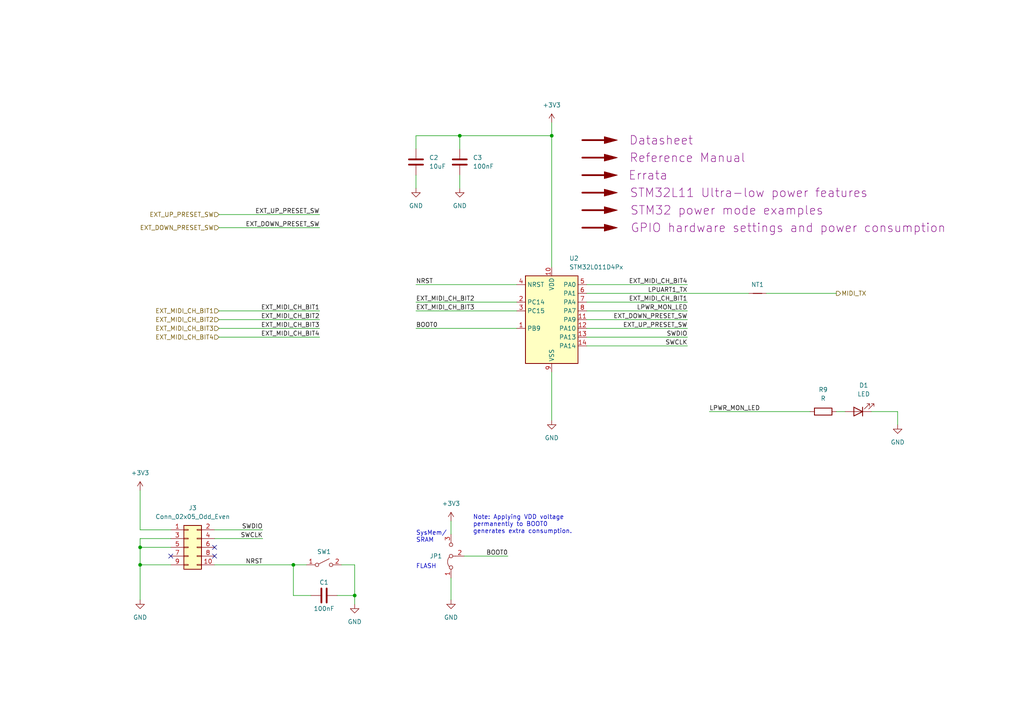
<source format=kicad_sch>
(kicad_sch (version 20230121) (generator eeschema)
  (paper "A4")
  (lib_symbols
    (symbol "Connector_Generic:Conn_02x05_Odd_Even" (pin_names (offset 1.016) hide)
      (property "Reference" "J" (at 1.27 7.62 0))
      (property "Value" "Conn_02x05_Odd_Even" (at 1.27 -7.62 0))
      (symbol "Conn_02x05_Odd_Even_1_1"
        (rectangle (start -1.27 -4.953) (end 0 -5.207) (stroke (width 0.1524)))
        (rectangle (start -1.27 -2.413) (end 0 -2.667) (stroke (width 0.1524)))
        (rectangle (start -1.27 0.127) (end 0 -0.127) (stroke (width 0.1524)))
        (rectangle (start -1.27 2.667) (end 0 2.413) (stroke (width 0.1524)))
        (rectangle (start -1.27 5.207) (end 0 4.953) (stroke (width 0.1524)))
        (rectangle (start -1.27 6.35) (end 3.81 -6.35) (stroke (width 0.254)) (fill (type background)))
        (rectangle (start 3.81 -4.953) (end 2.54 -5.207) (stroke (width 0.1524)))
        (rectangle (start 3.81 -2.413) (end 2.54 -2.667) (stroke (width 0.1524)))
        (rectangle (start 3.81 0.127) (end 2.54 -0.127) (stroke (width 0.1524)))
        (rectangle (start 3.81 2.667) (end 2.54 2.413) (stroke (width 0.1524)))
        (rectangle (start 3.81 5.207) (end 2.54 4.953) (stroke (width 0.1524)))
        (pin passive line (at -5.08 5.08 0) (length 3.81) (name "Pin_1") (number "1"))
        (pin passive line (at 7.62 -5.08 180) (length 3.81) (name "Pin_10") (number "10"))
        (pin passive line (at 7.62 5.08 180) (length 3.81) (name "Pin_2") (number "2"))
        (pin passive line (at -5.08 2.54 0) (length 3.81) (name "Pin_3") (number "3"))
        (pin passive line (at 7.62 2.54 180) (length 3.81) (name "Pin_4") (number "4"))
        (pin passive line (at -5.08 0 0) (length 3.81) (name "Pin_5") (number "5"))
        (pin passive line (at 7.62 0 180) (length 3.81) (name "Pin_6") (number "6"))
        (pin passive line (at -5.08 -2.54 0) (length 3.81) (name "Pin_7") (number "7"))
        (pin passive line (at 7.62 -2.54 180) (length 3.81) (name "Pin_8") (number "8"))
        (pin passive line (at -5.08 -5.08 0) (length 3.81) (name "Pin_9") (number "9"))
      )
    )
    (symbol "Device:C" (pin_numbers hide) (pin_names (offset 0.254))
      (property "Reference" "C" (at 0.635 2.54 0))
      (property "Value" "C" (at 0.635 -2.54 0))
      (symbol "C_0_1"
        (polyline (pts (xy -2.032 -0.762) (xy 2.032 -0.762)) (stroke (width 0.508)))
        (polyline (pts (xy -2.032 0.762) (xy 2.032 0.762)) (stroke (width 0.508)))
      )
      (symbol "C_1_1"
        (pin passive line (at 0 3.81 270) (length 2.794) (name "~") (number "1"))
        (pin passive line (at 0 -3.81 90) (length 2.794) (name "~") (number "2"))
      )
    )
    (symbol "Device:LED" (pin_numbers hide) (pin_names (offset 1.016) hide)
      (property "Reference" "D" (at 0 2.54 0))
      (property "Value" "LED" (at 0 -2.54 0))
      (symbol "LED_0_1"
        (polyline (pts (xy -1.27 -1.27) (xy -1.27 1.27)) (stroke (width 0.254)))
        (polyline (pts (xy -1.27 0) (xy 1.27 0)))
        (polyline (pts (xy 1.27 -1.27) (xy 1.27 1.27) (xy -1.27 0) (xy 1.27 -1.27)) (stroke (width 0.254)))
        (polyline (pts (xy -3.048 -0.762) (xy -4.572 -2.286) (xy -3.81 -2.286) (xy -4.572 -2.286) (xy -4.572 -1.524)))
        (polyline (pts (xy -1.778 -0.762) (xy -3.302 -2.286) (xy -2.54 -2.286) (xy -3.302 -2.286) (xy -3.302 -1.524)))
      )
      (symbol "LED_1_1"
        (pin passive line (at -3.81 0 0) (length 2.54) (name "K") (number "1"))
        (pin passive line (at 3.81 0 180) (length 2.54) (name "A") (number "2"))
      )
    )
    (symbol "Device:NetTie_2" (pin_numbers hide) (pin_names (offset 0) hide)
      (property "Reference" "NT" (at 0 1.27 0))
      (property "Value" "NetTie_2" (at 0 -1.27 0))
      (symbol "NetTie_2_0_1"
        (polyline (pts (xy -1.27 0) (xy 1.27 0)) (stroke (width 0.254)))
      )
      (symbol "NetTie_2_1_1"
        (pin passive line (at -2.54 0 0) (length 2.54) (name "1") (number "1"))
        (pin passive line (at 2.54 0 180) (length 2.54) (name "2") (number "2"))
      )
    )
    (symbol "Device:R" (pin_numbers hide) (pin_names (offset 0))
      (property "Reference" "R" (at 2.032 0 90))
      (property "Value" "R" (at 0 0 90))
      (symbol "R_0_1"
        (rectangle (start -1.016 -2.54) (end 1.016 2.54) (stroke (width 0.254)))
      )
      (symbol "R_1_1"
        (pin passive line (at 0 3.81 270) (length 1.27) (name "~") (number "1"))
        (pin passive line (at 0 -3.81 90) (length 1.27) (name "~") (number "2"))
      )
    )
    (symbol "Graphic:SYM_Arrow_XLarge" (in_bom no) (on_board no)
      (symbol "SYM_Arrow_XLarge_0_1"
        (polyline (pts (xy 2.54 0) (xy -5.08 0)) (stroke (width 0.508)))
        (polyline (pts (xy 5.08 0) (xy 1.27 -1.016) (xy 1.27 1.016) (xy 5.08 0)) (fill (type outline)))
      )
    )
    (symbol "Jumper:Jumper_3_Bridged12" (pin_names (offset 0) hide)
      (property "Reference" "JP" (at -2.54 -2.54 0))
      (property "Value" "Jumper_3_Bridged12" (at 0 2.794 0))
      (symbol "Jumper_3_Bridged12_0_0"
        (circle (center -3.302 0) (radius 0.508))
        (circle (center 0 0) (radius 0.508))
        (circle (center 3.302 0) (radius 0.508))
      )
      (symbol "Jumper_3_Bridged12_0_1"
        (arc (start -0.254 0.508) (mid -1.651 0.9912) (end -3.048 0.508))
        (polyline (pts (xy 0 -1.27) (xy 0 -0.508)))
      )
      (symbol "Jumper_3_Bridged12_1_1"
        (pin passive line (at -6.35 0 0) (length 2.54) (name "A") (number "1"))
        (pin passive line (at 0 -3.81 90) (length 2.54) (name "C") (number "2"))
        (pin passive line (at 6.35 0 180) (length 2.54) (name "B") (number "3"))
      )
    )
    (symbol "MCU_ST_STM32L0:STM32L011D4Px"
      (property "Reference" "U" (at -7.62 13.97 0))
      (property "Value" "STM32L011D4Px" (at 2.54 13.97 0))
      (symbol "STM32L011D4Px_0_1"
        (rectangle (start -7.62 -12.7) (end 7.62 12.7) (stroke (width 0.254)) (fill (type background)))
      )
      (symbol "STM32L011D4Px_1_1"
        (pin bidirectional line (at -10.16 -2.54 0) (length 2.54) (name "PB9") (number "1"))
        (pin power_in line (at 0 15.24 270) (length 2.54) (name "VDD") (number "10"))
        (pin bidirectional line (at 10.16 0 180) (length 2.54) (name "PA9") (number "11"))
        (pin bidirectional line (at 10.16 -2.54 180) (length 2.54) (name "PA10") (number "12"))
        (pin bidirectional line (at 10.16 -5.08 180) (length 2.54) (name "PA13") (number "13"))
        (pin bidirectional line (at 10.16 -7.62 180) (length 2.54) (name "PA14") (number "14"))
        (pin bidirectional line (at -10.16 5.08 0) (length 2.54) (name "PC14") (number "2"))
        (pin bidirectional line (at -10.16 2.54 0) (length 2.54) (name "PC15") (number "3"))
        (pin input line (at -10.16 10.16 0) (length 2.54) (name "NRST") (number "4"))
        (pin bidirectional line (at 10.16 10.16 180) (length 2.54) (name "PA0") (number "5"))
        (pin bidirectional line (at 10.16 7.62 180) (length 2.54) (name "PA1") (number "6"))
        (pin bidirectional line (at 10.16 5.08 180) (length 2.54) (name "PA4") (number "7"))
        (pin bidirectional line (at 10.16 2.54 180) (length 2.54) (name "PA7") (number "8"))
        (pin power_in line (at 0 -15.24 90) (length 2.54) (name "VSS") (number "9"))
      )
    )
    (symbol "Switch:SW_SPST" (pin_names (offset 0) hide)
      (property "Reference" "SW" (at 0 3.175 0))
      (property "Value" "SW_SPST" (at 0 -2.54 0))
      (symbol "SW_SPST_0_0"
        (circle (center -2.032 0) (radius 0.508))
        (polyline (pts (xy -1.524 0.254) (xy 1.524 1.778)))
        (circle (center 2.032 0) (radius 0.508))
      )
      (symbol "SW_SPST_1_1"
        (pin passive line (at -5.08 0 0) (length 2.54) (name "A") (number "1"))
        (pin passive line (at 5.08 0 180) (length 2.54) (name "B") (number "2"))
      )
    )
    (symbol "power:+3V3" (power) (pin_names (offset 0))
      (property "Value" "+3V3" (at 0 3.556 0))
      (symbol "+3V3_0_1"
        (polyline (pts (xy -0.762 1.27) (xy 0 2.54)))
        (polyline (pts (xy 0 0) (xy 0 2.54)))
        (polyline (pts (xy 0 2.54) (xy 0.762 1.27)))
      )
      (symbol "+3V3_1_1"
        (pin power_in line (at 0 0 90) (length 0) hide (name "+3V3") (number "1"))
      )
    )
    (symbol "power:GND" (power) (pin_names (offset 0))
      (property "Value" "GND" (at 0 -3.81 0))
      (symbol "GND_0_1"
        (polyline (pts (xy 0 0) (xy 0 -1.27) (xy 1.27 -1.27) (xy 0 -2.54) (xy -1.27 -1.27) (xy 0 -1.27)))
      )
      (symbol "GND_1_1"
        (pin power_in line (at 0 0 270) (length 0) hide (name "GND") (number "1"))
      )
    )
  )
  (junction (at 160.02 39.37))
  (junction (at 133.35 39.37))
  (junction (at 40.64 163.83))
  (junction (at 40.64 158.75))
  (junction (at 85.09 163.83))
  (junction (at 102.87 172.72))
  (no_connect (at 49.53 161.29))
  (no_connect (at 62.23 158.75))
  (no_connect (at 62.23 161.29))
  (wire (pts (xy 170.18 95.25) (xy 199.39 95.25)))
  (wire (pts (xy 120.65 82.55) (xy 149.86 82.55)))
  (wire (pts (xy 97.79 172.72) (xy 102.87 172.72)))
  (wire (pts (xy 222.25 85.09) (xy 242.57 85.09)))
  (wire (pts (xy 102.87 163.83) (xy 102.87 172.72)))
  (wire (pts (xy 170.18 92.71) (xy 199.39 92.71)))
  (wire (pts (xy 40.64 142.24) (xy 40.64 153.67)))
  (wire (pts (xy 160.02 39.37) (xy 133.35 39.37)))
  (wire (pts (xy 252.73 119.38) (xy 260.35 119.38)))
  (wire (pts (xy 102.87 172.72) (xy 102.87 175.26)))
  (wire (pts (xy 160.02 77.47) (xy 160.02 39.37)))
  (wire (pts (xy 62.23 156.21) (xy 76.2 156.21)))
  (wire (pts (xy 63.5 62.23) (xy 92.71 62.23)))
  (wire (pts (xy 63.5 66.04) (xy 92.71 66.04)))
  (wire (pts (xy 260.35 119.38) (xy 260.35 123.19)))
  (wire (pts (xy 242.57 119.38) (xy 245.11 119.38)))
  (wire (pts (xy 133.35 50.8) (xy 133.35 54.61)))
  (wire (pts (xy 170.18 100.33) (xy 199.39 100.33)))
  (wire (pts (xy 102.87 163.83) (xy 99.06 163.83)))
  (wire (pts (xy 63.5 92.71) (xy 92.71 92.71)))
  (wire (pts (xy 170.18 90.17) (xy 199.39 90.17)))
  (wire (pts (xy 120.65 95.25) (xy 149.86 95.25)))
  (wire (pts (xy 160.02 35.56) (xy 160.02 39.37)))
  (wire (pts (xy 49.53 156.21) (xy 40.64 156.21)))
  (wire (pts (xy 120.65 50.8) (xy 120.65 54.61)))
  (wire (pts (xy 133.35 39.37) (xy 120.65 39.37)))
  (wire (pts (xy 40.64 163.83) (xy 40.64 173.99)))
  (wire (pts (xy 149.86 87.63) (xy 120.65 87.63)))
  (wire (pts (xy 40.64 158.75) (xy 40.64 163.83)))
  (wire (pts (xy 234.95 119.38) (xy 205.74 119.38)))
  (wire (pts (xy 170.18 97.79) (xy 199.39 97.79)))
  (wire (pts (xy 40.64 156.21) (xy 40.64 158.75)))
  (wire (pts (xy 62.23 153.67) (xy 76.2 153.67)))
  (wire (pts (xy 134.62 161.29) (xy 147.32 161.29)))
  (wire (pts (xy 63.5 90.17) (xy 92.71 90.17)))
  (wire (pts (xy 85.09 163.83) (xy 88.9 163.83)))
  (wire (pts (xy 160.02 107.95) (xy 160.02 121.92)))
  (wire (pts (xy 170.18 87.63) (xy 199.39 87.63)))
  (wire (pts (xy 63.5 97.79) (xy 92.71 97.79)))
  (wire (pts (xy 170.18 85.09) (xy 217.17 85.09)))
  (wire (pts (xy 149.86 90.17) (xy 120.65 90.17)))
  (wire (pts (xy 130.81 167.64) (xy 130.81 173.99)))
  (wire (pts (xy 63.5 95.25) (xy 92.71 95.25)))
  (wire (pts (xy 133.35 39.37) (xy 133.35 43.18)))
  (wire (pts (xy 40.64 158.75) (xy 49.53 158.75)))
  (wire (pts (xy 62.23 163.83) (xy 85.09 163.83)))
  (wire (pts (xy 130.81 151.13) (xy 130.81 154.94)))
  (wire (pts (xy 85.09 172.72) (xy 90.17 172.72)))
  (wire (pts (xy 49.53 153.67) (xy 40.64 153.67)))
  (wire (pts (xy 40.64 163.83) (xy 49.53 163.83)))
  (wire (pts (xy 170.18 82.55) (xy 199.39 82.55)))
  (wire (pts (xy 120.65 39.37) (xy 120.65 43.18)))
  (wire (pts (xy 85.09 163.83) (xy 85.09 172.72)))
  (text "SysMem/\nSRAM" (at 120.65 157.48 0) (effects (font (size 1.27 1.27)) (justify left bottom)))
  (text "FLASH" (at 120.65 165.1 0) (effects (font (size 1.27 1.27)) (justify left bottom)))
  (text "Note: Applying VDD voltage \npermanently to BOOT0 \ngenerates extra consumption." (at 137.16 154.94 0) (effects (font (size 1.27 1.27)) (justify left bottom)))
  (label "LPUART1_TX" (at 199.39 85.09 180))
  (label "EXT_MIDI_CH_BIT1" (at 199.39 87.63 180))
  (label "BOOT0" (at 147.32 161.29 180))
  (label "EXT_UP_PRESET_SW" (at 199.39 95.25 180))
  (label "LPWR_MON_LED" (at 205.74 119.38 0))
  (label "EXT_MIDI_CH_BIT2" (at 92.71 92.71 180))
  (label "SWDIO" (at 76.2 153.67 180))
  (label "EXT_MIDI_CH_BIT4" (at 199.39 82.55 180))
  (label "EXT_UP_PRESET_SW" (at 92.71 62.23 180))
  (label "SWCLK" (at 76.2 156.21 180))
  (label "EXT_DOWN_PRESET_SW" (at 92.71 66.04 180))
  (label "NRST" (at 120.65 82.55 0))
  (label "EXT_MIDI_CH_BIT3" (at 92.71 95.25 180))
  (label "EXT_MIDI_CH_BIT4" (at 92.71 97.79 180))
  (label "EXT_MIDI_CH_BIT2" (at 120.65 87.63 0))
  (label "LPWR_MON_LED" (at 199.39 90.17 180))
  (label "SWDIO" (at 199.39 97.79 180))
  (label "EXT_MIDI_CH_BIT1" (at 92.71 90.17 180))
  (label "SWCLK" (at 199.39 100.33 180))
  (label "EXT_MIDI_CH_BIT3" (at 120.65 90.17 0))
  (label "EXT_DOWN_PRESET_SW" (at 199.39 92.71 180))
  (label "NRST" (at 76.2 163.83 180))
  (label "BOOT0" (at 120.65 95.25 0))
  (hierarchical_label "EXT_MIDI_CH_BIT1" (shape input) (at 63.5 90.17 180))
  (hierarchical_label "MIDI_TX" (shape output) (at 242.57 85.09 0))
  (hierarchical_label "EXT_DOWN_PRESET_SW" (shape input) (at 63.5 66.04 180))
  (hierarchical_label "EXT_MIDI_CH_BIT4" (shape input) (at 63.5 97.79 180))
  (hierarchical_label "EXT_MIDI_CH_BIT2" (shape input) (at 63.5 92.71 180))
  (hierarchical_label "EXT_MIDI_CH_BIT3" (shape input) (at 63.5 95.25 180))
  (hierarchical_label "EXT_UP_PRESET_SW" (shape input) (at 63.5 62.23 180))
  (symbol (lib_id "Graphic:SYM_Arrow_XLarge") (at 173.99 50.8 0) (unit 1) (in_bom no) (on_board no)
    (property "Reference" "#SYM3" (effects hide))
    (property "Value" "SYM_Arrow_XLarge" (effects hide))
    (property "Datasheet" "${KIPRJMOD}/../../HW/techdocs/es0332-stm32l011xxl021xx-device-errata-stmicroelectronics.pdf" (effects hide))
    (property "Sim.Enable" "0" (effects hide))
    (property "Text" "Errata" (at 187.96 50.8 0) (effects (font (size 2.5 2.5))))
  )
  (symbol (lib_id "power:+3V3") (at 160.02 35.56 0) (unit 1)
    (property "Reference" "#PWR014" (effects hide))
    (property "Value" "+3V3" (at 160.02 30.48 0))
  )
  (symbol (lib_id "power:+3V3") (at 130.81 151.13 0) (unit 1)
    (property "Reference" "#PWR011" (effects hide))
    (property "Value" "+3V3" (at 130.81 146.05 0))
  )
  (symbol (lib_id "MCU_ST_STM32L0:STM32L011D4Px") (at 160.02 92.71 0) (unit 1)
    (property "Reference" "U2" (at 165.1 74.93 0) (effects (justify left)))
    (property "Value" "STM32L011D4Px" (at 165.1 77.47 0) (effects (justify left)))
    (property "Footprint" "Package_SO:TSSOP-14_4.4x5mm_P0.65mm" (effects hide))
    (property "Datasheet" "https://www.st.com/resource/en/datasheet/stm32l011d4.pdf" (effects hide))
  )
  (symbol (lib_id "Graphic:SYM_Arrow_XLarge") (at 173.99 55.88 0) (unit 1) (in_bom no) (on_board no)
    (property "Reference" "#SYM4" (effects hide))
    (property "Value" "SYM_Arrow_XLarge" (effects hide))
    (property "Datasheet" "${KIPRJMOD}/../../HW/techdocs/an4445-stm32l0xx-ultralow-power-features-overview-stmicroelectronics.pdf" (effects hide))
    (property "Sim.Enable" "0" (effects hide))
    (property "Text" "STM32L11 Ultra-low power features" (at 217.17 55.88 0) (effects (font (size 2.5 2.5))))
  )
  (symbol (lib_id "Device:LED") (at 248.92 119.38 180) (unit 1)
    (property "Reference" "D1" (at 250.5075 111.76 0))
    (property "Value" "LED" (at 250.5075 114.3 0))
    (property "Footprint" "LED_THT:LED_D5.0mm" (effects hide))
  )
  (symbol (lib_id "Device:C") (at 120.65 46.99 0) (unit 1)
    (property "Reference" "C2" (at 124.46 45.7199 0) (effects (justify left)))
    (property "Value" "10uF" (at 124.46 48.2599 0) (effects (justify left)))
    (property "Footprint" "Capacitor_SMD:C_0805_2012Metric_Pad1.18x1.45mm_HandSolder" (effects hide))
  )
  (symbol (lib_id "power:GND") (at 130.81 173.99 0) (unit 1)
    (property "Reference" "#PWR012" (effects hide))
    (property "Value" "GND" (at 130.81 179.07 0))
  )
  (symbol (lib_id "Device:C") (at 133.35 46.99 0) (unit 1)
    (property "Reference" "C3" (at 137.16 45.7199 0) (effects (justify left)))
    (property "Value" "100nF" (at 137.16 48.2599 0) (effects (justify left)))
    (property "Footprint" "Capacitor_SMD:C_0805_2012Metric_Pad1.18x1.45mm_HandSolder" (effects hide))
  )
  (symbol (lib_id "Graphic:SYM_Arrow_XLarge") (at 173.99 66.04 0) (unit 1) (in_bom no) (on_board no)
    (property "Reference" "#SYM6" (effects hide))
    (property "Value" "SYM_Arrow_XLarge" (effects hide))
    (property "Datasheet" "${KIPRJMOD}/../../HW/techdocs/an4899-stm32-microcontroller-gpio-hardware-settings-and-lowpower-consumption-stmicroelectronics.pdf" (effects hide))
    (property "Sim.Enable" "0" (effects hide))
    (property "Text" "GPIO hardware settings and power consumption" (at 228.6 66.04 0) (effects (font (size 2.5 2.5))))
  )
  (symbol (lib_id "Graphic:SYM_Arrow_XLarge") (at 173.99 60.96 0) (unit 1) (in_bom no) (on_board no)
    (property "Reference" "#SYM5" (effects hide))
    (property "Value" "SYM_Arrow_XLarge" (effects hide))
    (property "Datasheet" "${KIPRJMOD}/../../HW/techdocs/an4777-stm32-power-mode-examples-stmicroelectronics.pdf" (effects hide))
    (property "Sim.Enable" "0" (effects hide))
    (property "Text" "STM32 power mode examples" (at 210.82 60.96 0) (effects (font (size 2.5 2.5))))
  )
  (symbol (lib_id "power:GND") (at 102.87 175.26 0) (unit 1)
    (property "Reference" "#PWR09" (effects hide))
    (property "Value" "GND" (at 102.87 180.34 0))
  )
  (symbol (lib_id "Device:R") (at 238.76 119.38 90) (unit 1)
    (property "Reference" "R9" (at 238.76 113.03 90))
    (property "Value" "R" (at 238.76 115.57 90))
    (property "Footprint" "Resistor_SMD:R_0805_2012Metric_Pad1.20x1.40mm_HandSolder" (effects hide))
  )
  (symbol (lib_id "Connector_Generic:Conn_02x05_Odd_Even") (at 54.61 158.75 0) (unit 1)
    (property "Reference" "J3" (at 55.88 147.32 0))
    (property "Value" "Conn_02x05_Odd_Even" (at 55.88 149.86 0))
    (property "Footprint" "Connector_PinHeader_1.27mm:PinHeader_2x05_P1.27mm_Vertical_SMD" (effects hide))
  )
  (symbol (lib_id "power:GND") (at 260.35 123.19 0) (unit 1)
    (property "Reference" "#PWR025" (effects hide))
    (property "Value" "GND" (at 260.35 128.27 0))
  )
  (symbol (lib_id "Graphic:SYM_Arrow_XLarge") (at 173.99 45.72 0) (unit 1) (in_bom no) (on_board no)
    (property "Reference" "#SYM1" (effects hide))
    (property "Value" "SYM_Arrow_XLarge" (effects hide))
    (property "Datasheet" "${KIPRJMOD}/../../HW/techdocs/rm0377-ultralowpower-stm32l0x1-advanced-armbased-32bit-mcus-stmicroelectronics.pdf" (effects hide))
    (property "Sim.Enable" "0" (effects hide))
    (property "Text" "Reference Manual" (at 199.39 45.72 0) (effects (font (size 2.5 2.5))))
  )
  (symbol (lib_id "power:GND") (at 133.35 54.61 0) (unit 1)
    (property "Reference" "#PWR013" (effects hide))
    (property "Value" "GND" (at 133.35 59.69 0))
  )
  (symbol (lib_id "Device:C") (at 93.98 172.72 90) (unit 1)
    (property "Reference" "C1" (at 93.98 168.91 90))
    (property "Value" "100nF" (at 93.98 176.53 90))
    (property "Footprint" "Capacitor_SMD:C_0805_2012Metric_Pad1.18x1.45mm_HandSolder" (effects hide))
  )
  (symbol (lib_id "Jumper:Jumper_3_Bridged12") (at 130.81 161.29 90) (unit 1)
    (property "Reference" "JP1" (at 128.27 161.2899 90) (effects (justify left)))
    (property "Value" "Jumper_3_Bridged12" (effects hide))
    (property "Footprint" "Connector_PinHeader_2.54mm:PinHeader_1x03_P2.54mm_Vertical" (effects hide))
  )
  (symbol (lib_id "power:GND") (at 40.64 173.99 0) (unit 1)
    (property "Reference" "#PWR08" (effects hide))
    (property "Value" "GND" (at 40.64 179.07 0))
  )
  (symbol (lib_id "power:GND") (at 120.65 54.61 0) (unit 1)
    (property "Reference" "#PWR010" (effects hide))
    (property "Value" "GND" (at 120.65 59.69 0))
  )
  (symbol (lib_id "Device:NetTie_2") (at 219.71 85.09 0) (unit 1)
    (property "Reference" "NT1" (at 219.71 82.55 0))
    (property "Value" "NetTie_2" (effects hide))
    (property "Footprint" "NetTie:NetTie-2_SMD_Pad0.5mm" (effects hide))
  )
  (symbol (lib_id "power:+3V3") (at 40.64 142.24 0) (unit 1)
    (property "Reference" "#PWR07" (effects hide))
    (property "Value" "+3V3" (at 40.64 137.16 0))
  )
  (symbol (lib_id "power:GND") (at 160.02 121.92 0) (unit 1)
    (property "Reference" "#PWR015" (effects hide))
    (property "Value" "GND" (at 160.02 127 0))
  )
  (symbol (lib_id "Switch:SW_SPST") (at 93.98 163.83 0) (unit 1)
    (property "Reference" "SW1" (at 93.98 160.02 0))
    (property "Value" "SW_SPST" (effects hide))
    (property "Footprint" "Button_Switch_THT:SW_PUSH_6mm" (effects hide))
  )
  (symbol (lib_id "Graphic:SYM_Arrow_XLarge") (at 173.99 40.64 0) (unit 1) (in_bom no) (on_board no)
    (property "Reference" "#SYM2" (effects hide))
    (property "Value" "SYM_Arrow_XLarge" (effects hide))
    (property "Datasheet" "${KIPRJMOD}/../../HW/techdocs/stm32l011d4_datasheet.pdf" (effects hide))
    (property "Sim.Enable" "0" (effects hide))
    (property "Text" "Datasheet" (at 191.77 40.64 0) (effects (font (size 2.5 2.5))))
  )
)
</source>
